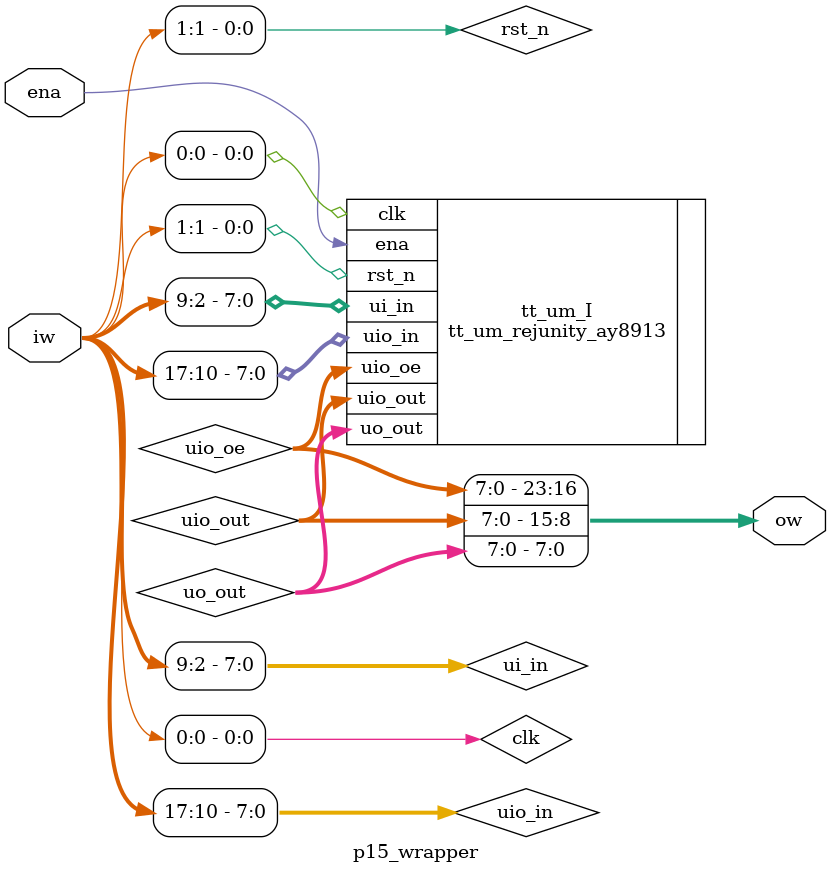
<source format=v>
`default_nettype none

module p15_wrapper (
  input wire ena,
  input wire [17:0] iw,
  output wire [23:0] ow
);

wire [7:0] uio_in;
wire [7:0] uio_out;
wire [7:0] uio_oe;
wire [7:0] uo_out;
wire [7:0] ui_in;
wire clk;
wire rst_n;

assign { uio_in, ui_in, rst_n, clk } = iw;
assign ow = { uio_oe, uio_out, uo_out };

tt_um_rejunity_ay8913 tt_um_I (
  .uio_in  (uio_in),
  .uio_out (uio_out),
  .uio_oe  (uio_oe),
  .uo_out  (uo_out),
  .ui_in   (ui_in),
  .ena     (ena),
  .clk     (clk),
  .rst_n   (rst_n)
);

endmodule

</source>
